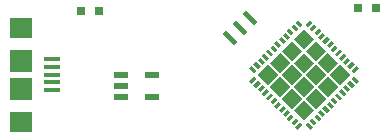
<source format=gbr>
G04 EAGLE Gerber RS-274X export*
G75*
%MOMM*%
%FSLAX34Y34*%
%LPD*%
%INSolderpaste Top*%
%IPPOS*%
%AMOC8*
5,1,8,0,0,1.08239X$1,22.5*%
G01*
%ADD10R,1.399997X0.400000*%
%ADD11R,0.300000X0.550000*%
%ADD12R,0.800000X0.800000*%
%ADD13R,1.200000X0.550000*%
%ADD14R,1.350000X0.400000*%
%ADD15R,1.900000X1.800000*%
%ADD16R,1.900000X1.900000*%

G36*
X10389Y125647D02*
X10389Y125647D01*
X10391Y125646D01*
X10474Y125683D01*
X19118Y134326D01*
X19119Y134329D01*
X19121Y134329D01*
X19137Y134374D01*
X19155Y134418D01*
X19154Y134420D01*
X19155Y134422D01*
X19118Y134505D01*
X10474Y143149D01*
X10472Y143150D01*
X10472Y143152D01*
X10427Y143168D01*
X10383Y143186D01*
X10381Y143185D01*
X10379Y143186D01*
X10296Y143149D01*
X1652Y134505D01*
X1651Y134503D01*
X1649Y134502D01*
X1633Y134458D01*
X1615Y134414D01*
X1616Y134412D01*
X1615Y134410D01*
X1652Y134326D01*
X10296Y125683D01*
X10298Y125682D01*
X10299Y125680D01*
X10343Y125664D01*
X10387Y125646D01*
X10389Y125647D01*
G37*
G36*
X-9727Y125647D02*
X-9727Y125647D01*
X-9725Y125646D01*
X-9641Y125683D01*
X-998Y134326D01*
X-997Y134329D01*
X-995Y134329D01*
X-978Y134374D01*
X-961Y134418D01*
X-962Y134420D01*
X-961Y134422D01*
X-998Y134505D01*
X-9641Y143149D01*
X-9643Y143150D01*
X-9644Y143152D01*
X-9689Y143168D01*
X-9733Y143186D01*
X-9735Y143185D01*
X-9737Y143186D01*
X-9820Y143149D01*
X-18464Y134505D01*
X-18464Y134503D01*
X-18466Y134502D01*
X-18483Y134458D01*
X-18500Y134414D01*
X-18500Y134412D01*
X-18500Y134410D01*
X-18464Y134326D01*
X-9820Y125683D01*
X-9818Y125682D01*
X-9817Y125680D01*
X-9772Y125664D01*
X-9729Y125646D01*
X-9727Y125647D01*
G37*
G36*
X20447Y115589D02*
X20447Y115589D01*
X20449Y115588D01*
X20532Y115625D01*
X29176Y124269D01*
X29177Y124271D01*
X29179Y124272D01*
X29195Y124316D01*
X29213Y124360D01*
X29212Y124362D01*
X29213Y124364D01*
X29176Y124447D01*
X20532Y133091D01*
X20530Y133092D01*
X20529Y133094D01*
X20485Y133110D01*
X20441Y133128D01*
X20439Y133127D01*
X20437Y133128D01*
X20354Y133091D01*
X11710Y124447D01*
X11709Y124445D01*
X11707Y124444D01*
X11691Y124400D01*
X11673Y124356D01*
X11674Y124354D01*
X11673Y124352D01*
X11710Y124269D01*
X20354Y115625D01*
X20356Y115624D01*
X20357Y115622D01*
X20401Y115606D01*
X20445Y115588D01*
X20447Y115589D01*
G37*
G36*
X-19784Y115589D02*
X-19784Y115589D01*
X-19782Y115588D01*
X-19699Y115625D01*
X-11056Y124269D01*
X-11055Y124271D01*
X-11053Y124272D01*
X-11036Y124316D01*
X-11019Y124360D01*
X-11019Y124362D01*
X-11019Y124364D01*
X-11056Y124447D01*
X-19699Y133091D01*
X-19701Y133092D01*
X-19702Y133094D01*
X-19747Y133110D01*
X-19790Y133128D01*
X-19792Y133127D01*
X-19795Y133128D01*
X-19878Y133091D01*
X-28521Y124447D01*
X-28522Y124445D01*
X-28524Y124444D01*
X-28541Y124400D01*
X-28558Y124356D01*
X-28557Y124354D01*
X-28558Y124352D01*
X-28521Y124269D01*
X-19878Y115625D01*
X-19876Y115624D01*
X-19875Y115622D01*
X-19830Y115606D01*
X-19786Y115588D01*
X-19784Y115589D01*
G37*
G36*
X10389Y105531D02*
X10389Y105531D01*
X10391Y105530D01*
X10474Y105567D01*
X19118Y114211D01*
X19119Y114213D01*
X19121Y114214D01*
X19137Y114258D01*
X19155Y114302D01*
X19154Y114304D01*
X19155Y114306D01*
X19118Y114389D01*
X10474Y123033D01*
X10472Y123034D01*
X10472Y123036D01*
X10427Y123052D01*
X10383Y123070D01*
X10381Y123069D01*
X10379Y123070D01*
X10296Y123033D01*
X1652Y114389D01*
X1651Y114387D01*
X1649Y114386D01*
X1633Y114342D01*
X1615Y114298D01*
X1616Y114296D01*
X1615Y114294D01*
X1652Y114211D01*
X10296Y105567D01*
X10298Y105566D01*
X10299Y105564D01*
X10343Y105548D01*
X10387Y105530D01*
X10389Y105531D01*
G37*
G36*
X-29842Y105531D02*
X-29842Y105531D01*
X-29840Y105530D01*
X-29757Y105567D01*
X-21113Y114211D01*
X-21113Y114213D01*
X-21111Y114214D01*
X-21094Y114258D01*
X-21076Y114302D01*
X-21077Y114304D01*
X-21077Y114306D01*
X-21113Y114389D01*
X-29757Y123033D01*
X-29759Y123034D01*
X-29760Y123036D01*
X-29805Y123052D01*
X-29848Y123070D01*
X-29850Y123069D01*
X-29852Y123070D01*
X-29936Y123033D01*
X-38579Y114389D01*
X-38580Y114387D01*
X-38582Y114386D01*
X-38599Y114342D01*
X-38616Y114298D01*
X-38615Y114296D01*
X-38616Y114294D01*
X-38579Y114211D01*
X-29936Y105567D01*
X-29934Y105566D01*
X-29933Y105564D01*
X-29888Y105548D01*
X-29844Y105530D01*
X-29842Y105531D01*
G37*
G36*
X30505Y105531D02*
X30505Y105531D01*
X30507Y105530D01*
X30590Y105567D01*
X39234Y114211D01*
X39235Y114213D01*
X39237Y114214D01*
X39253Y114258D01*
X39271Y114302D01*
X39270Y114304D01*
X39271Y114306D01*
X39234Y114389D01*
X30590Y123033D01*
X30588Y123034D01*
X30587Y123036D01*
X30543Y123052D01*
X30499Y123070D01*
X30497Y123069D01*
X30495Y123070D01*
X30412Y123033D01*
X21768Y114389D01*
X21767Y114387D01*
X21765Y114386D01*
X21749Y114342D01*
X21731Y114298D01*
X21732Y114296D01*
X21731Y114294D01*
X21768Y114211D01*
X30412Y105567D01*
X30414Y105566D01*
X30415Y105564D01*
X30459Y105548D01*
X30503Y105530D01*
X30505Y105531D01*
G37*
G36*
X-9727Y105531D02*
X-9727Y105531D01*
X-9725Y105530D01*
X-9641Y105567D01*
X-998Y114211D01*
X-997Y114213D01*
X-995Y114214D01*
X-978Y114258D01*
X-961Y114302D01*
X-962Y114304D01*
X-961Y114306D01*
X-998Y114389D01*
X-9641Y123033D01*
X-9643Y123034D01*
X-9644Y123036D01*
X-9689Y123052D01*
X-9733Y123070D01*
X-9735Y123069D01*
X-9737Y123070D01*
X-9820Y123033D01*
X-18464Y114389D01*
X-18464Y114387D01*
X-18466Y114386D01*
X-18483Y114342D01*
X-18500Y114298D01*
X-18500Y114296D01*
X-18500Y114294D01*
X-18464Y114211D01*
X-9820Y105567D01*
X-9818Y105566D01*
X-9817Y105564D01*
X-9772Y105548D01*
X-9729Y105530D01*
X-9727Y105531D01*
G37*
G36*
X-19784Y95473D02*
X-19784Y95473D01*
X-19782Y95472D01*
X-19699Y95509D01*
X-11056Y104153D01*
X-11055Y104155D01*
X-11053Y104156D01*
X-11036Y104200D01*
X-11019Y104244D01*
X-11019Y104246D01*
X-11019Y104248D01*
X-11056Y104331D01*
X-19699Y112975D01*
X-19701Y112976D01*
X-19702Y112978D01*
X-19747Y112994D01*
X-19790Y113012D01*
X-19792Y113011D01*
X-19795Y113012D01*
X-19878Y112975D01*
X-28521Y104331D01*
X-28522Y104329D01*
X-28524Y104328D01*
X-28541Y104284D01*
X-28558Y104240D01*
X-28557Y104238D01*
X-28558Y104236D01*
X-28521Y104153D01*
X-19878Y95509D01*
X-19876Y95508D01*
X-19875Y95506D01*
X-19830Y95490D01*
X-19786Y95472D01*
X-19784Y95473D01*
G37*
G36*
X20447Y95473D02*
X20447Y95473D01*
X20449Y95472D01*
X20532Y95509D01*
X29176Y104153D01*
X29177Y104155D01*
X29179Y104156D01*
X29195Y104200D01*
X29213Y104244D01*
X29212Y104246D01*
X29213Y104248D01*
X29176Y104331D01*
X20532Y112975D01*
X20530Y112976D01*
X20529Y112978D01*
X20485Y112994D01*
X20441Y113012D01*
X20439Y113011D01*
X20437Y113012D01*
X20354Y112975D01*
X11710Y104331D01*
X11709Y104329D01*
X11707Y104328D01*
X11691Y104284D01*
X11673Y104240D01*
X11674Y104238D01*
X11673Y104236D01*
X11710Y104153D01*
X20354Y95509D01*
X20356Y95508D01*
X20357Y95506D01*
X20401Y95490D01*
X20445Y95472D01*
X20447Y95473D01*
G37*
G36*
X10389Y85415D02*
X10389Y85415D01*
X10391Y85414D01*
X10474Y85451D01*
X19118Y94095D01*
X19119Y94097D01*
X19121Y94098D01*
X19137Y94142D01*
X19155Y94186D01*
X19154Y94188D01*
X19155Y94190D01*
X19118Y94274D01*
X10474Y102917D01*
X10472Y102918D01*
X10472Y102920D01*
X10427Y102936D01*
X10383Y102954D01*
X10381Y102953D01*
X10379Y102954D01*
X10296Y102917D01*
X1652Y94274D01*
X1651Y94271D01*
X1649Y94271D01*
X1633Y94226D01*
X1615Y94182D01*
X1616Y94180D01*
X1615Y94178D01*
X1652Y94095D01*
X10296Y85451D01*
X10298Y85450D01*
X10299Y85448D01*
X10343Y85432D01*
X10387Y85414D01*
X10389Y85415D01*
G37*
G36*
X-9727Y85415D02*
X-9727Y85415D01*
X-9725Y85414D01*
X-9641Y85451D01*
X-998Y94095D01*
X-997Y94097D01*
X-995Y94098D01*
X-978Y94142D01*
X-961Y94186D01*
X-962Y94188D01*
X-961Y94190D01*
X-998Y94274D01*
X-9641Y102917D01*
X-9643Y102918D01*
X-9644Y102920D01*
X-9689Y102936D01*
X-9733Y102954D01*
X-9735Y102953D01*
X-9737Y102954D01*
X-9820Y102917D01*
X-18464Y94274D01*
X-18464Y94271D01*
X-18466Y94271D01*
X-18483Y94226D01*
X-18500Y94182D01*
X-18500Y94180D01*
X-18500Y94178D01*
X-18464Y94095D01*
X-9820Y85451D01*
X-9818Y85450D01*
X-9817Y85448D01*
X-9772Y85432D01*
X-9729Y85414D01*
X-9727Y85415D01*
G37*
G36*
X331Y135705D02*
X331Y135705D01*
X333Y135704D01*
X417Y135741D01*
X9060Y144384D01*
X9061Y144386D01*
X9063Y144387D01*
X9079Y144432D01*
X9097Y144476D01*
X9096Y144478D01*
X9097Y144480D01*
X9060Y144563D01*
X417Y153207D01*
X415Y153207D01*
X414Y153209D01*
X369Y153226D01*
X325Y153244D01*
X323Y153243D01*
X321Y153243D01*
X238Y153207D01*
X-8406Y144563D01*
X-8406Y144561D01*
X-8408Y144560D01*
X-8425Y144515D01*
X-8443Y144472D01*
X-8442Y144470D01*
X-8442Y144468D01*
X-8406Y144384D01*
X238Y135741D01*
X240Y135740D01*
X241Y135738D01*
X286Y135721D01*
X329Y135704D01*
X331Y135705D01*
G37*
G36*
X331Y115589D02*
X331Y115589D01*
X333Y115588D01*
X417Y115625D01*
X9060Y124269D01*
X9061Y124271D01*
X9063Y124272D01*
X9079Y124316D01*
X9097Y124360D01*
X9096Y124362D01*
X9097Y124364D01*
X9060Y124447D01*
X417Y133091D01*
X415Y133092D01*
X414Y133094D01*
X369Y133110D01*
X325Y133128D01*
X323Y133127D01*
X321Y133128D01*
X238Y133091D01*
X-8406Y124447D01*
X-8406Y124445D01*
X-8408Y124444D01*
X-8425Y124400D01*
X-8443Y124356D01*
X-8442Y124354D01*
X-8442Y124352D01*
X-8406Y124269D01*
X238Y115625D01*
X240Y115624D01*
X241Y115622D01*
X286Y115606D01*
X329Y115588D01*
X331Y115589D01*
G37*
G36*
X331Y95473D02*
X331Y95473D01*
X333Y95472D01*
X417Y95509D01*
X9060Y104153D01*
X9061Y104155D01*
X9063Y104156D01*
X9079Y104200D01*
X9097Y104244D01*
X9096Y104246D01*
X9097Y104248D01*
X9060Y104331D01*
X417Y112975D01*
X415Y112976D01*
X414Y112978D01*
X369Y112994D01*
X325Y113012D01*
X323Y113011D01*
X321Y113012D01*
X238Y112975D01*
X-8406Y104331D01*
X-8406Y104329D01*
X-8408Y104328D01*
X-8425Y104284D01*
X-8443Y104240D01*
X-8442Y104238D01*
X-8442Y104236D01*
X-8406Y104153D01*
X238Y95509D01*
X240Y95508D01*
X241Y95506D01*
X286Y95490D01*
X329Y95472D01*
X331Y95473D01*
G37*
G36*
X331Y75357D02*
X331Y75357D01*
X333Y75357D01*
X417Y75393D01*
X9060Y84037D01*
X9061Y84039D01*
X9063Y84040D01*
X9079Y84085D01*
X9097Y84128D01*
X9096Y84130D01*
X9097Y84132D01*
X9060Y84216D01*
X417Y92859D01*
X415Y92860D01*
X414Y92862D01*
X369Y92879D01*
X325Y92896D01*
X323Y92895D01*
X321Y92896D01*
X238Y92859D01*
X-8406Y84216D01*
X-8406Y84214D01*
X-8408Y84213D01*
X-8425Y84168D01*
X-8443Y84124D01*
X-8442Y84122D01*
X-8442Y84120D01*
X-8406Y84037D01*
X238Y75393D01*
X240Y75393D01*
X241Y75391D01*
X286Y75374D01*
X329Y75356D01*
X331Y75357D01*
G37*
D10*
G36*
X-41955Y156110D02*
X-51853Y166008D01*
X-49025Y168836D01*
X-39127Y158938D01*
X-41955Y156110D01*
G37*
G36*
X-50440Y147625D02*
X-60338Y157523D01*
X-57510Y160351D01*
X-47612Y150453D01*
X-50440Y147625D01*
G37*
G36*
X-58925Y139139D02*
X-68823Y149037D01*
X-65995Y151865D01*
X-56097Y141967D01*
X-58925Y139139D01*
G37*
D11*
G36*
X-7128Y158534D02*
X-5006Y160656D01*
X-1118Y156768D01*
X-3240Y154646D01*
X-7128Y158534D01*
G37*
G36*
X-10664Y154997D02*
X-8542Y157119D01*
X-4654Y153231D01*
X-6776Y151109D01*
X-10664Y154997D01*
G37*
G36*
X-14201Y151460D02*
X-12079Y153582D01*
X-8191Y149694D01*
X-10313Y147572D01*
X-14201Y151460D01*
G37*
G36*
X-17737Y147924D02*
X-15615Y150046D01*
X-11727Y146158D01*
X-13849Y144036D01*
X-17737Y147924D01*
G37*
G36*
X-21273Y144388D02*
X-19151Y146510D01*
X-15263Y142622D01*
X-17385Y140500D01*
X-21273Y144388D01*
G37*
G36*
X-24809Y140852D02*
X-22687Y142974D01*
X-18799Y139086D01*
X-20921Y136964D01*
X-24809Y140852D01*
G37*
G36*
X-28346Y137315D02*
X-26224Y139437D01*
X-22336Y135549D01*
X-24458Y133427D01*
X-28346Y137315D01*
G37*
G36*
X-31883Y133778D02*
X-29761Y135900D01*
X-25873Y132012D01*
X-27995Y129890D01*
X-31883Y133778D01*
G37*
G36*
X-35419Y130242D02*
X-33297Y132364D01*
X-29409Y128476D01*
X-31531Y126354D01*
X-35419Y130242D01*
G37*
G36*
X-38955Y126706D02*
X-36833Y128828D01*
X-32945Y124940D01*
X-35067Y122818D01*
X-38955Y126706D01*
G37*
G36*
X-42492Y123169D02*
X-40370Y125291D01*
X-36482Y121403D01*
X-38604Y119281D01*
X-42492Y123169D01*
G37*
G36*
X-46028Y119633D02*
X-43906Y121755D01*
X-40018Y117867D01*
X-42140Y115745D01*
X-46028Y119633D01*
G37*
G36*
X-42140Y112855D02*
X-40018Y110733D01*
X-43906Y106845D01*
X-46028Y108967D01*
X-42140Y112855D01*
G37*
G36*
X-38604Y109319D02*
X-36482Y107197D01*
X-40370Y103309D01*
X-42492Y105431D01*
X-38604Y109319D01*
G37*
G36*
X-35067Y105782D02*
X-32945Y103660D01*
X-36833Y99772D01*
X-38955Y101894D01*
X-35067Y105782D01*
G37*
G36*
X-31531Y102246D02*
X-29409Y100124D01*
X-33297Y96236D01*
X-35419Y98358D01*
X-31531Y102246D01*
G37*
G36*
X-27995Y98710D02*
X-25873Y96588D01*
X-29761Y92700D01*
X-31883Y94822D01*
X-27995Y98710D01*
G37*
G36*
X-24458Y95173D02*
X-22336Y93051D01*
X-26224Y89163D01*
X-28346Y91285D01*
X-24458Y95173D01*
G37*
G36*
X-20921Y91636D02*
X-18799Y89514D01*
X-22687Y85626D01*
X-24809Y87748D01*
X-20921Y91636D01*
G37*
G36*
X-17385Y88100D02*
X-15263Y85978D01*
X-19151Y82090D01*
X-21273Y84212D01*
X-17385Y88100D01*
G37*
G36*
X-13849Y84564D02*
X-11727Y82442D01*
X-15615Y78554D01*
X-17737Y80676D01*
X-13849Y84564D01*
G37*
G36*
X-10313Y81028D02*
X-8191Y78906D01*
X-12079Y75018D01*
X-14201Y77140D01*
X-10313Y81028D01*
G37*
G36*
X-6776Y77491D02*
X-4654Y75369D01*
X-8542Y71481D01*
X-10664Y73603D01*
X-6776Y77491D01*
G37*
G36*
X-3240Y73954D02*
X-1118Y71832D01*
X-5006Y67944D01*
X-7128Y70066D01*
X-3240Y73954D01*
G37*
G36*
X1772Y71832D02*
X3894Y73954D01*
X7782Y70066D01*
X5660Y67944D01*
X1772Y71832D01*
G37*
G36*
X5308Y75369D02*
X7430Y77491D01*
X11318Y73603D01*
X9196Y71481D01*
X5308Y75369D01*
G37*
G36*
X8845Y78906D02*
X10967Y81028D01*
X14855Y77140D01*
X12733Y75018D01*
X8845Y78906D01*
G37*
G36*
X12382Y82442D02*
X14504Y84564D01*
X18392Y80676D01*
X16270Y78554D01*
X12382Y82442D01*
G37*
G36*
X15918Y85978D02*
X18040Y88100D01*
X21928Y84212D01*
X19806Y82090D01*
X15918Y85978D01*
G37*
G36*
X19454Y89514D02*
X21576Y91636D01*
X25464Y87748D01*
X23342Y85626D01*
X19454Y89514D01*
G37*
G36*
X22991Y93051D02*
X25113Y95173D01*
X29001Y91285D01*
X26879Y89163D01*
X22991Y93051D01*
G37*
G36*
X26527Y96588D02*
X28649Y98710D01*
X32537Y94822D01*
X30415Y92700D01*
X26527Y96588D01*
G37*
G36*
X30063Y100124D02*
X32185Y102246D01*
X36073Y98358D01*
X33951Y96236D01*
X30063Y100124D01*
G37*
G36*
X33600Y103660D02*
X35722Y105782D01*
X39610Y101894D01*
X37488Y99772D01*
X33600Y103660D01*
G37*
G36*
X37137Y107197D02*
X39259Y109319D01*
X43147Y105431D01*
X41025Y103309D01*
X37137Y107197D01*
G37*
G36*
X40673Y110733D02*
X42795Y112855D01*
X46683Y108967D01*
X44561Y106845D01*
X40673Y110733D01*
G37*
G36*
X44561Y121755D02*
X46683Y119633D01*
X42795Y115745D01*
X40673Y117867D01*
X44561Y121755D01*
G37*
G36*
X41025Y125291D02*
X43147Y123169D01*
X39259Y119281D01*
X37137Y121403D01*
X41025Y125291D01*
G37*
G36*
X37488Y128828D02*
X39610Y126706D01*
X35722Y122818D01*
X33600Y124940D01*
X37488Y128828D01*
G37*
G36*
X33951Y132364D02*
X36073Y130242D01*
X32185Y126354D01*
X30063Y128476D01*
X33951Y132364D01*
G37*
G36*
X30415Y135900D02*
X32537Y133778D01*
X28649Y129890D01*
X26527Y132012D01*
X30415Y135900D01*
G37*
G36*
X26879Y139437D02*
X29001Y137315D01*
X25113Y133427D01*
X22991Y135549D01*
X26879Y139437D01*
G37*
G36*
X23342Y142974D02*
X25464Y140852D01*
X21576Y136964D01*
X19454Y139086D01*
X23342Y142974D01*
G37*
G36*
X19806Y146510D02*
X21928Y144388D01*
X18040Y140500D01*
X15918Y142622D01*
X19806Y146510D01*
G37*
G36*
X16270Y150046D02*
X18392Y147924D01*
X14504Y144036D01*
X12382Y146158D01*
X16270Y150046D01*
G37*
G36*
X12733Y153582D02*
X14855Y151460D01*
X10967Y147572D01*
X8845Y149694D01*
X12733Y153582D01*
G37*
G36*
X9196Y157119D02*
X11318Y154997D01*
X7430Y151109D01*
X5308Y153231D01*
X9196Y157119D01*
G37*
G36*
X5660Y160656D02*
X7782Y158534D01*
X3894Y154646D01*
X1772Y156768D01*
X5660Y160656D01*
G37*
D12*
X-173475Y168275D03*
X-188475Y168275D03*
D13*
X-154288Y114275D03*
X-154288Y104775D03*
X-154288Y95275D03*
X-128288Y95275D03*
X-128288Y114275D03*
D14*
X-212963Y114300D03*
X-212963Y107800D03*
X-212963Y120800D03*
X-212963Y127300D03*
X-212963Y101300D03*
D15*
X-239713Y74300D03*
D16*
X-239713Y102300D03*
X-239713Y126300D03*
D15*
X-239713Y154300D03*
D12*
X46010Y170985D03*
X61010Y170985D03*
M02*

</source>
